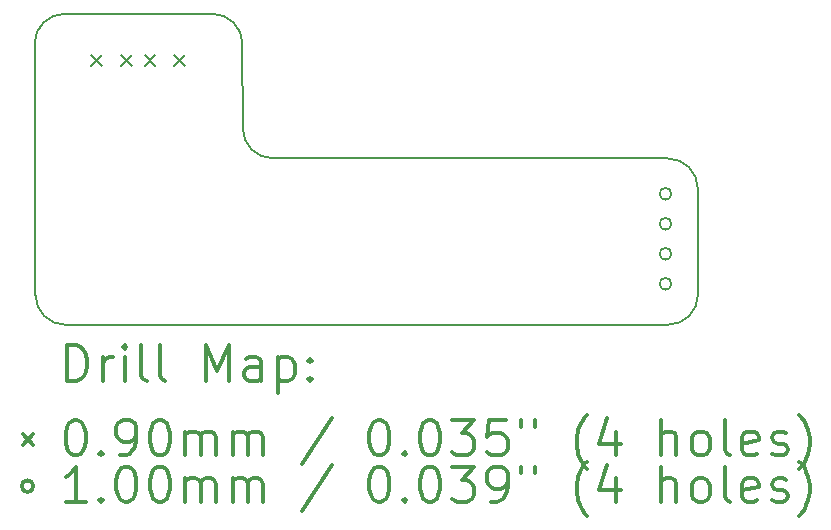
<source format=gbr>
%FSLAX45Y45*%
G04 Gerber Fmt 4.5, Leading zero omitted, Abs format (unit mm)*
G04 Created by KiCad (PCBNEW (5.1.6)-1) date 2020-09-27 13:04:49*
%MOMM*%
%LPD*%
G01*
G04 APERTURE LIST*
%TA.AperFunction,Profile*%
%ADD10C,0.200000*%
%TD*%
%ADD11C,0.200000*%
%ADD12C,0.300000*%
G04 APERTURE END LIST*
D10*
X2349000Y-7839000D02*
X7451000Y-7839000D01*
X4104000Y-6429000D02*
G75*
G02*
X3850000Y-6175000I0J254000D01*
G01*
X7449237Y-6431115D02*
G75*
G02*
X7703237Y-6685115I0J-254000D01*
G01*
X3594237Y-5206115D02*
X2342237Y-5206115D01*
X7705000Y-7585000D02*
X7703237Y-6685115D01*
X3594237Y-5206115D02*
G75*
G02*
X3848237Y-5460115I0J-254000D01*
G01*
X7705000Y-7585000D02*
G75*
G02*
X7451000Y-7839000I-254000J0D01*
G01*
X7449237Y-6431115D02*
X4104000Y-6429000D01*
X3850000Y-6175000D02*
X3848237Y-5460115D01*
X2088237Y-5460115D02*
G75*
G02*
X2342237Y-5206115I254000J0D01*
G01*
X2088237Y-5460115D02*
X2095000Y-7585000D01*
X2349000Y-7839000D02*
G75*
G02*
X2095000Y-7585000I0J254000D01*
G01*
D11*
X2570000Y-5556000D02*
X2660000Y-5646000D01*
X2660000Y-5556000D02*
X2570000Y-5646000D01*
X2820000Y-5555000D02*
X2910000Y-5645000D01*
X2910000Y-5555000D02*
X2820000Y-5645000D01*
X3020000Y-5557500D02*
X3110000Y-5647500D01*
X3110000Y-5557500D02*
X3020000Y-5647500D01*
X3270000Y-5556000D02*
X3360000Y-5646000D01*
X3360000Y-5556000D02*
X3270000Y-5646000D01*
X7480000Y-6730000D02*
G75*
G03*
X7480000Y-6730000I-50000J0D01*
G01*
X7480000Y-6984000D02*
G75*
G03*
X7480000Y-6984000I-50000J0D01*
G01*
X7480000Y-7238000D02*
G75*
G03*
X7480000Y-7238000I-50000J0D01*
G01*
X7480000Y-7492000D02*
G75*
G03*
X7480000Y-7492000I-50000J0D01*
G01*
D12*
X2364666Y-8314714D02*
X2364666Y-8014714D01*
X2436094Y-8014714D01*
X2478951Y-8029000D01*
X2507523Y-8057571D01*
X2521809Y-8086143D01*
X2536094Y-8143286D01*
X2536094Y-8186143D01*
X2521809Y-8243286D01*
X2507523Y-8271857D01*
X2478951Y-8300429D01*
X2436094Y-8314714D01*
X2364666Y-8314714D01*
X2664666Y-8314714D02*
X2664666Y-8114714D01*
X2664666Y-8171857D02*
X2678951Y-8143286D01*
X2693237Y-8129000D01*
X2721809Y-8114714D01*
X2750380Y-8114714D01*
X2850380Y-8314714D02*
X2850380Y-8114714D01*
X2850380Y-8014714D02*
X2836094Y-8029000D01*
X2850380Y-8043286D01*
X2864666Y-8029000D01*
X2850380Y-8014714D01*
X2850380Y-8043286D01*
X3036094Y-8314714D02*
X3007523Y-8300429D01*
X2993237Y-8271857D01*
X2993237Y-8014714D01*
X3193237Y-8314714D02*
X3164666Y-8300429D01*
X3150380Y-8271857D01*
X3150380Y-8014714D01*
X3536094Y-8314714D02*
X3536094Y-8014714D01*
X3636094Y-8229000D01*
X3736094Y-8014714D01*
X3736094Y-8314714D01*
X4007523Y-8314714D02*
X4007523Y-8157571D01*
X3993237Y-8129000D01*
X3964666Y-8114714D01*
X3907523Y-8114714D01*
X3878951Y-8129000D01*
X4007523Y-8300429D02*
X3978951Y-8314714D01*
X3907523Y-8314714D01*
X3878951Y-8300429D01*
X3864666Y-8271857D01*
X3864666Y-8243286D01*
X3878951Y-8214714D01*
X3907523Y-8200429D01*
X3978951Y-8200429D01*
X4007523Y-8186143D01*
X4150380Y-8114714D02*
X4150380Y-8414714D01*
X4150380Y-8129000D02*
X4178951Y-8114714D01*
X4236094Y-8114714D01*
X4264666Y-8129000D01*
X4278951Y-8143286D01*
X4293237Y-8171857D01*
X4293237Y-8257571D01*
X4278951Y-8286143D01*
X4264666Y-8300429D01*
X4236094Y-8314714D01*
X4178951Y-8314714D01*
X4150380Y-8300429D01*
X4421809Y-8286143D02*
X4436094Y-8300429D01*
X4421809Y-8314714D01*
X4407523Y-8300429D01*
X4421809Y-8286143D01*
X4421809Y-8314714D01*
X4421809Y-8129000D02*
X4436094Y-8143286D01*
X4421809Y-8157571D01*
X4407523Y-8143286D01*
X4421809Y-8129000D01*
X4421809Y-8157571D01*
X1988237Y-8764000D02*
X2078237Y-8854000D01*
X2078237Y-8764000D02*
X1988237Y-8854000D01*
X2421809Y-8644714D02*
X2450380Y-8644714D01*
X2478951Y-8659000D01*
X2493237Y-8673286D01*
X2507523Y-8701857D01*
X2521809Y-8759000D01*
X2521809Y-8830429D01*
X2507523Y-8887572D01*
X2493237Y-8916143D01*
X2478951Y-8930429D01*
X2450380Y-8944714D01*
X2421809Y-8944714D01*
X2393237Y-8930429D01*
X2378951Y-8916143D01*
X2364666Y-8887572D01*
X2350380Y-8830429D01*
X2350380Y-8759000D01*
X2364666Y-8701857D01*
X2378951Y-8673286D01*
X2393237Y-8659000D01*
X2421809Y-8644714D01*
X2650380Y-8916143D02*
X2664666Y-8930429D01*
X2650380Y-8944714D01*
X2636094Y-8930429D01*
X2650380Y-8916143D01*
X2650380Y-8944714D01*
X2807523Y-8944714D02*
X2864666Y-8944714D01*
X2893237Y-8930429D01*
X2907523Y-8916143D01*
X2936094Y-8873286D01*
X2950380Y-8816143D01*
X2950380Y-8701857D01*
X2936094Y-8673286D01*
X2921808Y-8659000D01*
X2893237Y-8644714D01*
X2836094Y-8644714D01*
X2807523Y-8659000D01*
X2793237Y-8673286D01*
X2778951Y-8701857D01*
X2778951Y-8773286D01*
X2793237Y-8801857D01*
X2807523Y-8816143D01*
X2836094Y-8830429D01*
X2893237Y-8830429D01*
X2921808Y-8816143D01*
X2936094Y-8801857D01*
X2950380Y-8773286D01*
X3136094Y-8644714D02*
X3164666Y-8644714D01*
X3193237Y-8659000D01*
X3207523Y-8673286D01*
X3221808Y-8701857D01*
X3236094Y-8759000D01*
X3236094Y-8830429D01*
X3221808Y-8887572D01*
X3207523Y-8916143D01*
X3193237Y-8930429D01*
X3164666Y-8944714D01*
X3136094Y-8944714D01*
X3107523Y-8930429D01*
X3093237Y-8916143D01*
X3078951Y-8887572D01*
X3064666Y-8830429D01*
X3064666Y-8759000D01*
X3078951Y-8701857D01*
X3093237Y-8673286D01*
X3107523Y-8659000D01*
X3136094Y-8644714D01*
X3364666Y-8944714D02*
X3364666Y-8744714D01*
X3364666Y-8773286D02*
X3378951Y-8759000D01*
X3407523Y-8744714D01*
X3450380Y-8744714D01*
X3478951Y-8759000D01*
X3493237Y-8787572D01*
X3493237Y-8944714D01*
X3493237Y-8787572D02*
X3507523Y-8759000D01*
X3536094Y-8744714D01*
X3578951Y-8744714D01*
X3607523Y-8759000D01*
X3621808Y-8787572D01*
X3621808Y-8944714D01*
X3764666Y-8944714D02*
X3764666Y-8744714D01*
X3764666Y-8773286D02*
X3778951Y-8759000D01*
X3807523Y-8744714D01*
X3850380Y-8744714D01*
X3878951Y-8759000D01*
X3893237Y-8787572D01*
X3893237Y-8944714D01*
X3893237Y-8787572D02*
X3907523Y-8759000D01*
X3936094Y-8744714D01*
X3978951Y-8744714D01*
X4007523Y-8759000D01*
X4021808Y-8787572D01*
X4021808Y-8944714D01*
X4607523Y-8630429D02*
X4350380Y-9016143D01*
X4993237Y-8644714D02*
X5021809Y-8644714D01*
X5050380Y-8659000D01*
X5064666Y-8673286D01*
X5078951Y-8701857D01*
X5093237Y-8759000D01*
X5093237Y-8830429D01*
X5078951Y-8887572D01*
X5064666Y-8916143D01*
X5050380Y-8930429D01*
X5021809Y-8944714D01*
X4993237Y-8944714D01*
X4964666Y-8930429D01*
X4950380Y-8916143D01*
X4936094Y-8887572D01*
X4921809Y-8830429D01*
X4921809Y-8759000D01*
X4936094Y-8701857D01*
X4950380Y-8673286D01*
X4964666Y-8659000D01*
X4993237Y-8644714D01*
X5221809Y-8916143D02*
X5236094Y-8930429D01*
X5221809Y-8944714D01*
X5207523Y-8930429D01*
X5221809Y-8916143D01*
X5221809Y-8944714D01*
X5421809Y-8644714D02*
X5450380Y-8644714D01*
X5478951Y-8659000D01*
X5493237Y-8673286D01*
X5507523Y-8701857D01*
X5521809Y-8759000D01*
X5521809Y-8830429D01*
X5507523Y-8887572D01*
X5493237Y-8916143D01*
X5478951Y-8930429D01*
X5450380Y-8944714D01*
X5421809Y-8944714D01*
X5393237Y-8930429D01*
X5378951Y-8916143D01*
X5364666Y-8887572D01*
X5350380Y-8830429D01*
X5350380Y-8759000D01*
X5364666Y-8701857D01*
X5378951Y-8673286D01*
X5393237Y-8659000D01*
X5421809Y-8644714D01*
X5621808Y-8644714D02*
X5807523Y-8644714D01*
X5707523Y-8759000D01*
X5750380Y-8759000D01*
X5778951Y-8773286D01*
X5793237Y-8787572D01*
X5807523Y-8816143D01*
X5807523Y-8887572D01*
X5793237Y-8916143D01*
X5778951Y-8930429D01*
X5750380Y-8944714D01*
X5664666Y-8944714D01*
X5636094Y-8930429D01*
X5621808Y-8916143D01*
X6078951Y-8644714D02*
X5936094Y-8644714D01*
X5921808Y-8787572D01*
X5936094Y-8773286D01*
X5964666Y-8759000D01*
X6036094Y-8759000D01*
X6064666Y-8773286D01*
X6078951Y-8787572D01*
X6093237Y-8816143D01*
X6093237Y-8887572D01*
X6078951Y-8916143D01*
X6064666Y-8930429D01*
X6036094Y-8944714D01*
X5964666Y-8944714D01*
X5936094Y-8930429D01*
X5921808Y-8916143D01*
X6207523Y-8644714D02*
X6207523Y-8701857D01*
X6321808Y-8644714D02*
X6321808Y-8701857D01*
X6764666Y-9059000D02*
X6750380Y-9044714D01*
X6721808Y-9001857D01*
X6707523Y-8973286D01*
X6693237Y-8930429D01*
X6678951Y-8859000D01*
X6678951Y-8801857D01*
X6693237Y-8730429D01*
X6707523Y-8687572D01*
X6721808Y-8659000D01*
X6750380Y-8616143D01*
X6764666Y-8601857D01*
X7007523Y-8744714D02*
X7007523Y-8944714D01*
X6936094Y-8630429D02*
X6864666Y-8844714D01*
X7050380Y-8844714D01*
X7393237Y-8944714D02*
X7393237Y-8644714D01*
X7521808Y-8944714D02*
X7521808Y-8787572D01*
X7507523Y-8759000D01*
X7478951Y-8744714D01*
X7436094Y-8744714D01*
X7407523Y-8759000D01*
X7393237Y-8773286D01*
X7707523Y-8944714D02*
X7678951Y-8930429D01*
X7664666Y-8916143D01*
X7650380Y-8887572D01*
X7650380Y-8801857D01*
X7664666Y-8773286D01*
X7678951Y-8759000D01*
X7707523Y-8744714D01*
X7750380Y-8744714D01*
X7778951Y-8759000D01*
X7793237Y-8773286D01*
X7807523Y-8801857D01*
X7807523Y-8887572D01*
X7793237Y-8916143D01*
X7778951Y-8930429D01*
X7750380Y-8944714D01*
X7707523Y-8944714D01*
X7978951Y-8944714D02*
X7950380Y-8930429D01*
X7936094Y-8901857D01*
X7936094Y-8644714D01*
X8207523Y-8930429D02*
X8178951Y-8944714D01*
X8121808Y-8944714D01*
X8093237Y-8930429D01*
X8078951Y-8901857D01*
X8078951Y-8787572D01*
X8093237Y-8759000D01*
X8121808Y-8744714D01*
X8178951Y-8744714D01*
X8207523Y-8759000D01*
X8221808Y-8787572D01*
X8221808Y-8816143D01*
X8078951Y-8844714D01*
X8336094Y-8930429D02*
X8364666Y-8944714D01*
X8421809Y-8944714D01*
X8450380Y-8930429D01*
X8464666Y-8901857D01*
X8464666Y-8887572D01*
X8450380Y-8859000D01*
X8421809Y-8844714D01*
X8378951Y-8844714D01*
X8350380Y-8830429D01*
X8336094Y-8801857D01*
X8336094Y-8787572D01*
X8350380Y-8759000D01*
X8378951Y-8744714D01*
X8421809Y-8744714D01*
X8450380Y-8759000D01*
X8564666Y-9059000D02*
X8578951Y-9044714D01*
X8607523Y-9001857D01*
X8621809Y-8973286D01*
X8636094Y-8930429D01*
X8650380Y-8859000D01*
X8650380Y-8801857D01*
X8636094Y-8730429D01*
X8621809Y-8687572D01*
X8607523Y-8659000D01*
X8578951Y-8616143D01*
X8564666Y-8601857D01*
X2078237Y-9205000D02*
G75*
G03*
X2078237Y-9205000I-50000J0D01*
G01*
X2521809Y-9340714D02*
X2350380Y-9340714D01*
X2436094Y-9340714D02*
X2436094Y-9040714D01*
X2407523Y-9083572D01*
X2378951Y-9112143D01*
X2350380Y-9126429D01*
X2650380Y-9312143D02*
X2664666Y-9326429D01*
X2650380Y-9340714D01*
X2636094Y-9326429D01*
X2650380Y-9312143D01*
X2650380Y-9340714D01*
X2850380Y-9040714D02*
X2878951Y-9040714D01*
X2907523Y-9055000D01*
X2921808Y-9069286D01*
X2936094Y-9097857D01*
X2950380Y-9155000D01*
X2950380Y-9226429D01*
X2936094Y-9283572D01*
X2921808Y-9312143D01*
X2907523Y-9326429D01*
X2878951Y-9340714D01*
X2850380Y-9340714D01*
X2821808Y-9326429D01*
X2807523Y-9312143D01*
X2793237Y-9283572D01*
X2778951Y-9226429D01*
X2778951Y-9155000D01*
X2793237Y-9097857D01*
X2807523Y-9069286D01*
X2821808Y-9055000D01*
X2850380Y-9040714D01*
X3136094Y-9040714D02*
X3164666Y-9040714D01*
X3193237Y-9055000D01*
X3207523Y-9069286D01*
X3221808Y-9097857D01*
X3236094Y-9155000D01*
X3236094Y-9226429D01*
X3221808Y-9283572D01*
X3207523Y-9312143D01*
X3193237Y-9326429D01*
X3164666Y-9340714D01*
X3136094Y-9340714D01*
X3107523Y-9326429D01*
X3093237Y-9312143D01*
X3078951Y-9283572D01*
X3064666Y-9226429D01*
X3064666Y-9155000D01*
X3078951Y-9097857D01*
X3093237Y-9069286D01*
X3107523Y-9055000D01*
X3136094Y-9040714D01*
X3364666Y-9340714D02*
X3364666Y-9140714D01*
X3364666Y-9169286D02*
X3378951Y-9155000D01*
X3407523Y-9140714D01*
X3450380Y-9140714D01*
X3478951Y-9155000D01*
X3493237Y-9183572D01*
X3493237Y-9340714D01*
X3493237Y-9183572D02*
X3507523Y-9155000D01*
X3536094Y-9140714D01*
X3578951Y-9140714D01*
X3607523Y-9155000D01*
X3621808Y-9183572D01*
X3621808Y-9340714D01*
X3764666Y-9340714D02*
X3764666Y-9140714D01*
X3764666Y-9169286D02*
X3778951Y-9155000D01*
X3807523Y-9140714D01*
X3850380Y-9140714D01*
X3878951Y-9155000D01*
X3893237Y-9183572D01*
X3893237Y-9340714D01*
X3893237Y-9183572D02*
X3907523Y-9155000D01*
X3936094Y-9140714D01*
X3978951Y-9140714D01*
X4007523Y-9155000D01*
X4021808Y-9183572D01*
X4021808Y-9340714D01*
X4607523Y-9026429D02*
X4350380Y-9412143D01*
X4993237Y-9040714D02*
X5021809Y-9040714D01*
X5050380Y-9055000D01*
X5064666Y-9069286D01*
X5078951Y-9097857D01*
X5093237Y-9155000D01*
X5093237Y-9226429D01*
X5078951Y-9283572D01*
X5064666Y-9312143D01*
X5050380Y-9326429D01*
X5021809Y-9340714D01*
X4993237Y-9340714D01*
X4964666Y-9326429D01*
X4950380Y-9312143D01*
X4936094Y-9283572D01*
X4921809Y-9226429D01*
X4921809Y-9155000D01*
X4936094Y-9097857D01*
X4950380Y-9069286D01*
X4964666Y-9055000D01*
X4993237Y-9040714D01*
X5221809Y-9312143D02*
X5236094Y-9326429D01*
X5221809Y-9340714D01*
X5207523Y-9326429D01*
X5221809Y-9312143D01*
X5221809Y-9340714D01*
X5421809Y-9040714D02*
X5450380Y-9040714D01*
X5478951Y-9055000D01*
X5493237Y-9069286D01*
X5507523Y-9097857D01*
X5521809Y-9155000D01*
X5521809Y-9226429D01*
X5507523Y-9283572D01*
X5493237Y-9312143D01*
X5478951Y-9326429D01*
X5450380Y-9340714D01*
X5421809Y-9340714D01*
X5393237Y-9326429D01*
X5378951Y-9312143D01*
X5364666Y-9283572D01*
X5350380Y-9226429D01*
X5350380Y-9155000D01*
X5364666Y-9097857D01*
X5378951Y-9069286D01*
X5393237Y-9055000D01*
X5421809Y-9040714D01*
X5621808Y-9040714D02*
X5807523Y-9040714D01*
X5707523Y-9155000D01*
X5750380Y-9155000D01*
X5778951Y-9169286D01*
X5793237Y-9183572D01*
X5807523Y-9212143D01*
X5807523Y-9283572D01*
X5793237Y-9312143D01*
X5778951Y-9326429D01*
X5750380Y-9340714D01*
X5664666Y-9340714D01*
X5636094Y-9326429D01*
X5621808Y-9312143D01*
X5950380Y-9340714D02*
X6007523Y-9340714D01*
X6036094Y-9326429D01*
X6050380Y-9312143D01*
X6078951Y-9269286D01*
X6093237Y-9212143D01*
X6093237Y-9097857D01*
X6078951Y-9069286D01*
X6064666Y-9055000D01*
X6036094Y-9040714D01*
X5978951Y-9040714D01*
X5950380Y-9055000D01*
X5936094Y-9069286D01*
X5921808Y-9097857D01*
X5921808Y-9169286D01*
X5936094Y-9197857D01*
X5950380Y-9212143D01*
X5978951Y-9226429D01*
X6036094Y-9226429D01*
X6064666Y-9212143D01*
X6078951Y-9197857D01*
X6093237Y-9169286D01*
X6207523Y-9040714D02*
X6207523Y-9097857D01*
X6321808Y-9040714D02*
X6321808Y-9097857D01*
X6764666Y-9455000D02*
X6750380Y-9440714D01*
X6721808Y-9397857D01*
X6707523Y-9369286D01*
X6693237Y-9326429D01*
X6678951Y-9255000D01*
X6678951Y-9197857D01*
X6693237Y-9126429D01*
X6707523Y-9083572D01*
X6721808Y-9055000D01*
X6750380Y-9012143D01*
X6764666Y-8997857D01*
X7007523Y-9140714D02*
X7007523Y-9340714D01*
X6936094Y-9026429D02*
X6864666Y-9240714D01*
X7050380Y-9240714D01*
X7393237Y-9340714D02*
X7393237Y-9040714D01*
X7521808Y-9340714D02*
X7521808Y-9183572D01*
X7507523Y-9155000D01*
X7478951Y-9140714D01*
X7436094Y-9140714D01*
X7407523Y-9155000D01*
X7393237Y-9169286D01*
X7707523Y-9340714D02*
X7678951Y-9326429D01*
X7664666Y-9312143D01*
X7650380Y-9283572D01*
X7650380Y-9197857D01*
X7664666Y-9169286D01*
X7678951Y-9155000D01*
X7707523Y-9140714D01*
X7750380Y-9140714D01*
X7778951Y-9155000D01*
X7793237Y-9169286D01*
X7807523Y-9197857D01*
X7807523Y-9283572D01*
X7793237Y-9312143D01*
X7778951Y-9326429D01*
X7750380Y-9340714D01*
X7707523Y-9340714D01*
X7978951Y-9340714D02*
X7950380Y-9326429D01*
X7936094Y-9297857D01*
X7936094Y-9040714D01*
X8207523Y-9326429D02*
X8178951Y-9340714D01*
X8121808Y-9340714D01*
X8093237Y-9326429D01*
X8078951Y-9297857D01*
X8078951Y-9183572D01*
X8093237Y-9155000D01*
X8121808Y-9140714D01*
X8178951Y-9140714D01*
X8207523Y-9155000D01*
X8221808Y-9183572D01*
X8221808Y-9212143D01*
X8078951Y-9240714D01*
X8336094Y-9326429D02*
X8364666Y-9340714D01*
X8421809Y-9340714D01*
X8450380Y-9326429D01*
X8464666Y-9297857D01*
X8464666Y-9283572D01*
X8450380Y-9255000D01*
X8421809Y-9240714D01*
X8378951Y-9240714D01*
X8350380Y-9226429D01*
X8336094Y-9197857D01*
X8336094Y-9183572D01*
X8350380Y-9155000D01*
X8378951Y-9140714D01*
X8421809Y-9140714D01*
X8450380Y-9155000D01*
X8564666Y-9455000D02*
X8578951Y-9440714D01*
X8607523Y-9397857D01*
X8621809Y-9369286D01*
X8636094Y-9326429D01*
X8650380Y-9255000D01*
X8650380Y-9197857D01*
X8636094Y-9126429D01*
X8621809Y-9083572D01*
X8607523Y-9055000D01*
X8578951Y-9012143D01*
X8564666Y-8997857D01*
M02*

</source>
